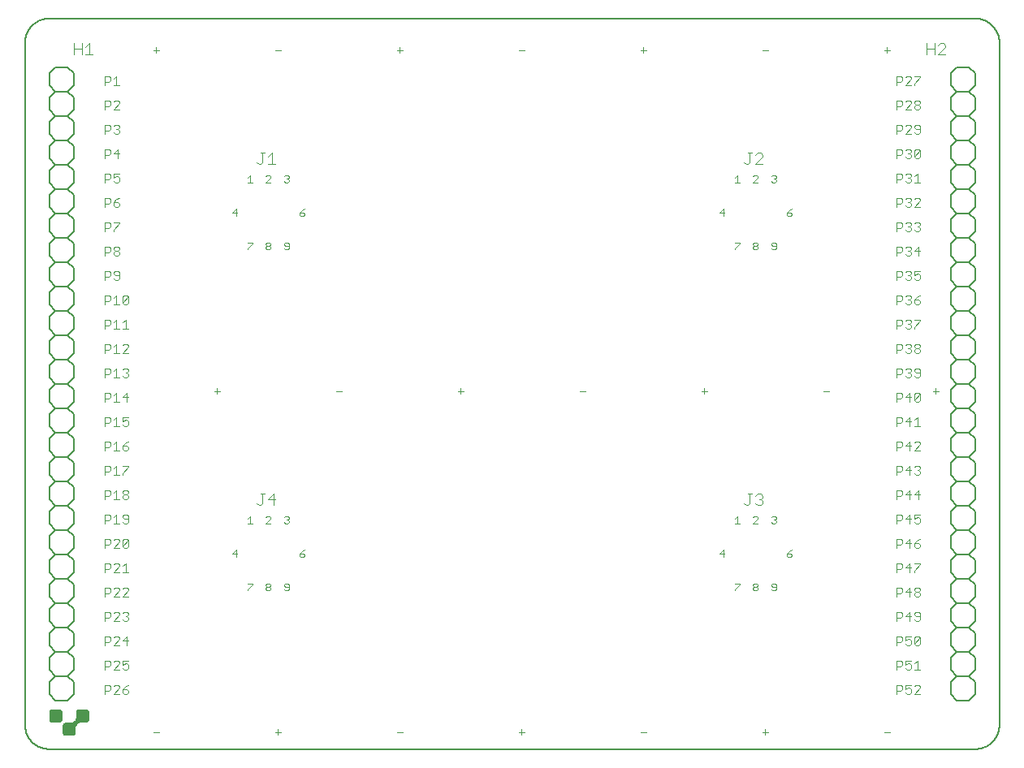
<source format=gto>
G75*
%MOIN*%
%OFA0B0*%
%FSLAX25Y25*%
%IPPOS*%
%LPD*%
%AMOC8*
5,1,8,0,0,1.08239X$1,22.5*
%
%ADD10C,0.00500*%
%ADD11C,0.00600*%
%ADD12C,0.00300*%
%ADD13C,0.00400*%
D10*
X0015000Y0005000D02*
X0395000Y0005000D01*
X0395242Y0005003D01*
X0395483Y0005012D01*
X0395724Y0005026D01*
X0395965Y0005047D01*
X0396205Y0005073D01*
X0396445Y0005105D01*
X0396684Y0005143D01*
X0396921Y0005186D01*
X0397158Y0005236D01*
X0397393Y0005291D01*
X0397627Y0005351D01*
X0397859Y0005418D01*
X0398090Y0005489D01*
X0398319Y0005567D01*
X0398546Y0005650D01*
X0398771Y0005738D01*
X0398994Y0005832D01*
X0399214Y0005931D01*
X0399432Y0006036D01*
X0399647Y0006145D01*
X0399860Y0006260D01*
X0400070Y0006380D01*
X0400276Y0006505D01*
X0400480Y0006635D01*
X0400681Y0006770D01*
X0400878Y0006910D01*
X0401072Y0007054D01*
X0401262Y0007203D01*
X0401448Y0007357D01*
X0401631Y0007515D01*
X0401810Y0007677D01*
X0401985Y0007844D01*
X0402156Y0008015D01*
X0402323Y0008190D01*
X0402485Y0008369D01*
X0402643Y0008552D01*
X0402797Y0008738D01*
X0402946Y0008928D01*
X0403090Y0009122D01*
X0403230Y0009319D01*
X0403365Y0009520D01*
X0403495Y0009724D01*
X0403620Y0009930D01*
X0403740Y0010140D01*
X0403855Y0010353D01*
X0403964Y0010568D01*
X0404069Y0010786D01*
X0404168Y0011006D01*
X0404262Y0011229D01*
X0404350Y0011454D01*
X0404433Y0011681D01*
X0404511Y0011910D01*
X0404582Y0012141D01*
X0404649Y0012373D01*
X0404709Y0012607D01*
X0404764Y0012842D01*
X0404814Y0013079D01*
X0404857Y0013316D01*
X0404895Y0013555D01*
X0404927Y0013795D01*
X0404953Y0014035D01*
X0404974Y0014276D01*
X0404988Y0014517D01*
X0404997Y0014758D01*
X0405000Y0015000D01*
X0405000Y0295000D01*
X0404997Y0295242D01*
X0404988Y0295483D01*
X0404974Y0295724D01*
X0404953Y0295965D01*
X0404927Y0296205D01*
X0404895Y0296445D01*
X0404857Y0296684D01*
X0404814Y0296921D01*
X0404764Y0297158D01*
X0404709Y0297393D01*
X0404649Y0297627D01*
X0404582Y0297859D01*
X0404511Y0298090D01*
X0404433Y0298319D01*
X0404350Y0298546D01*
X0404262Y0298771D01*
X0404168Y0298994D01*
X0404069Y0299214D01*
X0403964Y0299432D01*
X0403855Y0299647D01*
X0403740Y0299860D01*
X0403620Y0300070D01*
X0403495Y0300276D01*
X0403365Y0300480D01*
X0403230Y0300681D01*
X0403090Y0300878D01*
X0402946Y0301072D01*
X0402797Y0301262D01*
X0402643Y0301448D01*
X0402485Y0301631D01*
X0402323Y0301810D01*
X0402156Y0301985D01*
X0401985Y0302156D01*
X0401810Y0302323D01*
X0401631Y0302485D01*
X0401448Y0302643D01*
X0401262Y0302797D01*
X0401072Y0302946D01*
X0400878Y0303090D01*
X0400681Y0303230D01*
X0400480Y0303365D01*
X0400276Y0303495D01*
X0400070Y0303620D01*
X0399860Y0303740D01*
X0399647Y0303855D01*
X0399432Y0303964D01*
X0399214Y0304069D01*
X0398994Y0304168D01*
X0398771Y0304262D01*
X0398546Y0304350D01*
X0398319Y0304433D01*
X0398090Y0304511D01*
X0397859Y0304582D01*
X0397627Y0304649D01*
X0397393Y0304709D01*
X0397158Y0304764D01*
X0396921Y0304814D01*
X0396684Y0304857D01*
X0396445Y0304895D01*
X0396205Y0304927D01*
X0395965Y0304953D01*
X0395724Y0304974D01*
X0395483Y0304988D01*
X0395242Y0304997D01*
X0395000Y0305000D01*
X0015000Y0305000D01*
X0014758Y0304997D01*
X0014517Y0304988D01*
X0014276Y0304974D01*
X0014035Y0304953D01*
X0013795Y0304927D01*
X0013555Y0304895D01*
X0013316Y0304857D01*
X0013079Y0304814D01*
X0012842Y0304764D01*
X0012607Y0304709D01*
X0012373Y0304649D01*
X0012141Y0304582D01*
X0011910Y0304511D01*
X0011681Y0304433D01*
X0011454Y0304350D01*
X0011229Y0304262D01*
X0011006Y0304168D01*
X0010786Y0304069D01*
X0010568Y0303964D01*
X0010353Y0303855D01*
X0010140Y0303740D01*
X0009930Y0303620D01*
X0009724Y0303495D01*
X0009520Y0303365D01*
X0009319Y0303230D01*
X0009122Y0303090D01*
X0008928Y0302946D01*
X0008738Y0302797D01*
X0008552Y0302643D01*
X0008369Y0302485D01*
X0008190Y0302323D01*
X0008015Y0302156D01*
X0007844Y0301985D01*
X0007677Y0301810D01*
X0007515Y0301631D01*
X0007357Y0301448D01*
X0007203Y0301262D01*
X0007054Y0301072D01*
X0006910Y0300878D01*
X0006770Y0300681D01*
X0006635Y0300480D01*
X0006505Y0300276D01*
X0006380Y0300070D01*
X0006260Y0299860D01*
X0006145Y0299647D01*
X0006036Y0299432D01*
X0005931Y0299214D01*
X0005832Y0298994D01*
X0005738Y0298771D01*
X0005650Y0298546D01*
X0005567Y0298319D01*
X0005489Y0298090D01*
X0005418Y0297859D01*
X0005351Y0297627D01*
X0005291Y0297393D01*
X0005236Y0297158D01*
X0005186Y0296921D01*
X0005143Y0296684D01*
X0005105Y0296445D01*
X0005073Y0296205D01*
X0005047Y0295965D01*
X0005026Y0295724D01*
X0005012Y0295483D01*
X0005003Y0295242D01*
X0005000Y0295000D01*
X0005000Y0015000D01*
X0005003Y0014758D01*
X0005012Y0014517D01*
X0005026Y0014276D01*
X0005047Y0014035D01*
X0005073Y0013795D01*
X0005105Y0013555D01*
X0005143Y0013316D01*
X0005186Y0013079D01*
X0005236Y0012842D01*
X0005291Y0012607D01*
X0005351Y0012373D01*
X0005418Y0012141D01*
X0005489Y0011910D01*
X0005567Y0011681D01*
X0005650Y0011454D01*
X0005738Y0011229D01*
X0005832Y0011006D01*
X0005931Y0010786D01*
X0006036Y0010568D01*
X0006145Y0010353D01*
X0006260Y0010140D01*
X0006380Y0009930D01*
X0006505Y0009724D01*
X0006635Y0009520D01*
X0006770Y0009319D01*
X0006910Y0009122D01*
X0007054Y0008928D01*
X0007203Y0008738D01*
X0007357Y0008552D01*
X0007515Y0008369D01*
X0007677Y0008190D01*
X0007844Y0008015D01*
X0008015Y0007844D01*
X0008190Y0007677D01*
X0008369Y0007515D01*
X0008552Y0007357D01*
X0008738Y0007203D01*
X0008928Y0007054D01*
X0009122Y0006910D01*
X0009319Y0006770D01*
X0009520Y0006635D01*
X0009724Y0006505D01*
X0009930Y0006380D01*
X0010140Y0006260D01*
X0010353Y0006145D01*
X0010568Y0006036D01*
X0010786Y0005931D01*
X0011006Y0005832D01*
X0011229Y0005738D01*
X0011454Y0005650D01*
X0011681Y0005567D01*
X0011910Y0005489D01*
X0012141Y0005418D01*
X0012373Y0005351D01*
X0012607Y0005291D01*
X0012842Y0005236D01*
X0013079Y0005186D01*
X0013316Y0005143D01*
X0013555Y0005105D01*
X0013795Y0005073D01*
X0014035Y0005047D01*
X0014276Y0005026D01*
X0014517Y0005012D01*
X0014758Y0005003D01*
X0015000Y0005000D01*
D11*
X0017500Y0025000D02*
X0015000Y0027500D01*
X0015000Y0032500D01*
X0017500Y0035000D01*
X0022500Y0035000D01*
X0025000Y0032500D01*
X0025000Y0027500D01*
X0022500Y0025000D01*
X0017500Y0025000D01*
X0017500Y0035000D02*
X0015000Y0037500D01*
X0015000Y0042500D01*
X0017500Y0045000D01*
X0015000Y0047500D01*
X0015000Y0052500D01*
X0017500Y0055000D01*
X0015000Y0057500D01*
X0015000Y0062500D01*
X0017500Y0065000D01*
X0015000Y0067500D01*
X0015000Y0072500D01*
X0017500Y0075000D01*
X0022500Y0075000D01*
X0025000Y0072500D01*
X0025000Y0067500D01*
X0022500Y0065000D01*
X0025000Y0062500D01*
X0025000Y0057500D01*
X0022500Y0055000D01*
X0025000Y0052500D01*
X0025000Y0047500D01*
X0022500Y0045000D01*
X0025000Y0042500D01*
X0025000Y0037500D01*
X0022500Y0035000D01*
X0022500Y0045000D02*
X0017500Y0045000D01*
X0017500Y0055000D02*
X0022500Y0055000D01*
X0022500Y0065000D02*
X0017500Y0065000D01*
X0017500Y0075000D02*
X0015000Y0077500D01*
X0015000Y0082500D01*
X0017500Y0085000D01*
X0015000Y0087500D01*
X0015000Y0092500D01*
X0017500Y0095000D01*
X0015000Y0097500D01*
X0015000Y0102500D01*
X0017500Y0105000D01*
X0015000Y0107500D01*
X0015000Y0112500D01*
X0017500Y0115000D01*
X0015000Y0117500D01*
X0015000Y0122500D01*
X0017500Y0125000D01*
X0015000Y0127500D01*
X0015000Y0132500D01*
X0017500Y0135000D01*
X0022500Y0135000D01*
X0025000Y0132500D01*
X0025000Y0127500D01*
X0022500Y0125000D01*
X0025000Y0122500D01*
X0025000Y0117500D01*
X0022500Y0115000D01*
X0017500Y0115000D01*
X0022500Y0115000D02*
X0025000Y0112500D01*
X0025000Y0107500D01*
X0022500Y0105000D01*
X0025000Y0102500D01*
X0025000Y0097500D01*
X0022500Y0095000D01*
X0025000Y0092500D01*
X0025000Y0087500D01*
X0022500Y0085000D01*
X0025000Y0082500D01*
X0025000Y0077500D01*
X0022500Y0075000D01*
X0022500Y0085000D02*
X0017500Y0085000D01*
X0017500Y0095000D02*
X0022500Y0095000D01*
X0022500Y0105000D02*
X0017500Y0105000D01*
X0017500Y0125000D02*
X0022500Y0125000D01*
X0022500Y0135000D02*
X0025000Y0137500D01*
X0025000Y0142500D01*
X0022500Y0145000D01*
X0025000Y0147500D01*
X0025000Y0152500D01*
X0022500Y0155000D01*
X0017500Y0155000D01*
X0015000Y0152500D01*
X0015000Y0147500D01*
X0017500Y0145000D01*
X0022500Y0145000D01*
X0017500Y0145000D02*
X0015000Y0142500D01*
X0015000Y0137500D01*
X0017500Y0135000D01*
X0017500Y0155000D02*
X0015000Y0157500D01*
X0015000Y0162500D01*
X0017500Y0165000D01*
X0015000Y0167500D01*
X0015000Y0172500D01*
X0017500Y0175000D01*
X0015000Y0177500D01*
X0015000Y0182500D01*
X0017500Y0185000D01*
X0015000Y0187500D01*
X0015000Y0192500D01*
X0017500Y0195000D01*
X0022500Y0195000D01*
X0025000Y0192500D01*
X0025000Y0187500D01*
X0022500Y0185000D01*
X0025000Y0182500D01*
X0025000Y0177500D01*
X0022500Y0175000D01*
X0025000Y0172500D01*
X0025000Y0167500D01*
X0022500Y0165000D01*
X0025000Y0162500D01*
X0025000Y0157500D01*
X0022500Y0155000D01*
X0022500Y0165000D02*
X0017500Y0165000D01*
X0017500Y0175000D02*
X0022500Y0175000D01*
X0022500Y0185000D02*
X0017500Y0185000D01*
X0017500Y0195000D02*
X0015000Y0197500D01*
X0015000Y0202500D01*
X0017500Y0205000D01*
X0015000Y0207500D01*
X0015000Y0212500D01*
X0017500Y0215000D01*
X0022500Y0215000D01*
X0025000Y0212500D01*
X0025000Y0207500D01*
X0022500Y0205000D01*
X0025000Y0202500D01*
X0025000Y0197500D01*
X0022500Y0195000D01*
X0022500Y0205000D02*
X0017500Y0205000D01*
X0017500Y0215000D02*
X0015000Y0217500D01*
X0015000Y0222500D01*
X0017500Y0225000D01*
X0015000Y0227500D01*
X0015000Y0232500D01*
X0017500Y0235000D01*
X0015000Y0237500D01*
X0015000Y0242500D01*
X0017500Y0245000D01*
X0015000Y0247500D01*
X0015000Y0252500D01*
X0017500Y0255000D01*
X0022500Y0255000D01*
X0025000Y0257500D01*
X0025000Y0262500D01*
X0022500Y0265000D01*
X0025000Y0267500D01*
X0025000Y0272500D01*
X0022500Y0275000D01*
X0025000Y0277500D01*
X0025000Y0282500D01*
X0022500Y0285000D01*
X0017500Y0285000D01*
X0015000Y0282500D01*
X0015000Y0277500D01*
X0017500Y0275000D01*
X0022500Y0275000D01*
X0017500Y0275000D02*
X0015000Y0272500D01*
X0015000Y0267500D01*
X0017500Y0265000D01*
X0022500Y0265000D01*
X0017500Y0265000D02*
X0015000Y0262500D01*
X0015000Y0257500D01*
X0017500Y0255000D01*
X0022500Y0255000D02*
X0025000Y0252500D01*
X0025000Y0247500D01*
X0022500Y0245000D01*
X0025000Y0242500D01*
X0025000Y0237500D01*
X0022500Y0235000D01*
X0025000Y0232500D01*
X0025000Y0227500D01*
X0022500Y0225000D01*
X0025000Y0222500D01*
X0025000Y0217500D01*
X0022500Y0215000D01*
X0022500Y0225000D02*
X0017500Y0225000D01*
X0017500Y0235000D02*
X0022500Y0235000D01*
X0022500Y0245000D02*
X0017500Y0245000D01*
X0385000Y0242500D02*
X0385000Y0237500D01*
X0387500Y0235000D01*
X0392500Y0235000D01*
X0395000Y0237500D01*
X0395000Y0242500D01*
X0392500Y0245000D01*
X0387500Y0245000D01*
X0385000Y0242500D01*
X0387500Y0245000D02*
X0385000Y0247500D01*
X0385000Y0252500D01*
X0387500Y0255000D01*
X0385000Y0257500D01*
X0385000Y0262500D01*
X0387500Y0265000D01*
X0385000Y0267500D01*
X0385000Y0272500D01*
X0387500Y0275000D01*
X0385000Y0277500D01*
X0385000Y0282500D01*
X0387500Y0285000D01*
X0392500Y0285000D01*
X0395000Y0282500D01*
X0395000Y0277500D01*
X0392500Y0275000D01*
X0387500Y0275000D01*
X0392500Y0275000D02*
X0395000Y0272500D01*
X0395000Y0267500D01*
X0392500Y0265000D01*
X0395000Y0262500D01*
X0395000Y0257500D01*
X0392500Y0255000D01*
X0395000Y0252500D01*
X0395000Y0247500D01*
X0392500Y0245000D01*
X0392500Y0255000D02*
X0387500Y0255000D01*
X0387500Y0265000D02*
X0392500Y0265000D01*
X0392500Y0235000D02*
X0395000Y0232500D01*
X0395000Y0227500D01*
X0392500Y0225000D01*
X0395000Y0222500D01*
X0395000Y0217500D01*
X0392500Y0215000D01*
X0395000Y0212500D01*
X0395000Y0207500D01*
X0392500Y0205000D01*
X0395000Y0202500D01*
X0395000Y0197500D01*
X0392500Y0195000D01*
X0395000Y0192500D01*
X0395000Y0187500D01*
X0392500Y0185000D01*
X0395000Y0182500D01*
X0395000Y0177500D01*
X0392500Y0175000D01*
X0387500Y0175000D01*
X0385000Y0177500D01*
X0385000Y0182500D01*
X0387500Y0185000D01*
X0385000Y0187500D01*
X0385000Y0192500D01*
X0387500Y0195000D01*
X0392500Y0195000D01*
X0387500Y0195000D02*
X0385000Y0197500D01*
X0385000Y0202500D01*
X0387500Y0205000D01*
X0385000Y0207500D01*
X0385000Y0212500D01*
X0387500Y0215000D01*
X0385000Y0217500D01*
X0385000Y0222500D01*
X0387500Y0225000D01*
X0385000Y0227500D01*
X0385000Y0232500D01*
X0387500Y0235000D01*
X0387500Y0225000D02*
X0392500Y0225000D01*
X0392500Y0215000D02*
X0387500Y0215000D01*
X0387500Y0205000D02*
X0392500Y0205000D01*
X0392500Y0185000D02*
X0387500Y0185000D01*
X0387500Y0175000D02*
X0385000Y0172500D01*
X0385000Y0167500D01*
X0387500Y0165000D01*
X0385000Y0162500D01*
X0385000Y0157500D01*
X0387500Y0155000D01*
X0392500Y0155000D01*
X0395000Y0157500D01*
X0395000Y0162500D01*
X0392500Y0165000D01*
X0387500Y0165000D01*
X0392500Y0165000D02*
X0395000Y0167500D01*
X0395000Y0172500D01*
X0392500Y0175000D01*
X0392500Y0155000D02*
X0395000Y0152500D01*
X0395000Y0147500D01*
X0392500Y0145000D01*
X0395000Y0142500D01*
X0395000Y0137500D01*
X0392500Y0135000D01*
X0395000Y0132500D01*
X0395000Y0127500D01*
X0392500Y0125000D01*
X0395000Y0122500D01*
X0395000Y0117500D01*
X0392500Y0115000D01*
X0387500Y0115000D01*
X0385000Y0117500D01*
X0385000Y0122500D01*
X0387500Y0125000D01*
X0385000Y0127500D01*
X0385000Y0132500D01*
X0387500Y0135000D01*
X0385000Y0137500D01*
X0385000Y0142500D01*
X0387500Y0145000D01*
X0385000Y0147500D01*
X0385000Y0152500D01*
X0387500Y0155000D01*
X0387500Y0145000D02*
X0392500Y0145000D01*
X0392500Y0135000D02*
X0387500Y0135000D01*
X0387500Y0125000D02*
X0392500Y0125000D01*
X0392500Y0115000D02*
X0395000Y0112500D01*
X0395000Y0107500D01*
X0392500Y0105000D01*
X0395000Y0102500D01*
X0395000Y0097500D01*
X0392500Y0095000D01*
X0387500Y0095000D01*
X0385000Y0097500D01*
X0385000Y0102500D01*
X0387500Y0105000D01*
X0385000Y0107500D01*
X0385000Y0112500D01*
X0387500Y0115000D01*
X0387500Y0105000D02*
X0392500Y0105000D01*
X0392500Y0095000D02*
X0395000Y0092500D01*
X0395000Y0087500D01*
X0392500Y0085000D01*
X0395000Y0082500D01*
X0395000Y0077500D01*
X0392500Y0075000D01*
X0395000Y0072500D01*
X0395000Y0067500D01*
X0392500Y0065000D01*
X0395000Y0062500D01*
X0395000Y0057500D01*
X0392500Y0055000D01*
X0387500Y0055000D01*
X0385000Y0052500D01*
X0385000Y0047500D01*
X0387500Y0045000D01*
X0385000Y0042500D01*
X0385000Y0037500D01*
X0387500Y0035000D01*
X0385000Y0032500D01*
X0385000Y0027500D01*
X0387500Y0025000D01*
X0392500Y0025000D01*
X0395000Y0027500D01*
X0395000Y0032500D01*
X0392500Y0035000D01*
X0387500Y0035000D01*
X0392500Y0035000D02*
X0395000Y0037500D01*
X0395000Y0042500D01*
X0392500Y0045000D01*
X0387500Y0045000D01*
X0392500Y0045000D02*
X0395000Y0047500D01*
X0395000Y0052500D01*
X0392500Y0055000D01*
X0387500Y0055000D02*
X0385000Y0057500D01*
X0385000Y0062500D01*
X0387500Y0065000D01*
X0385000Y0067500D01*
X0385000Y0072500D01*
X0387500Y0075000D01*
X0385000Y0077500D01*
X0385000Y0082500D01*
X0387500Y0085000D01*
X0385000Y0087500D01*
X0385000Y0092500D01*
X0387500Y0095000D01*
X0387500Y0085000D02*
X0392500Y0085000D01*
X0392500Y0075000D02*
X0387500Y0075000D01*
X0387500Y0065000D02*
X0392500Y0065000D01*
D12*
X0372485Y0068267D02*
X0371868Y0067650D01*
X0370633Y0067650D01*
X0370016Y0068267D01*
X0370016Y0068884D01*
X0370633Y0069502D01*
X0371868Y0069502D01*
X0372485Y0068884D01*
X0372485Y0068267D01*
X0371868Y0069502D02*
X0372485Y0070119D01*
X0372485Y0070736D01*
X0371868Y0071353D01*
X0370633Y0071353D01*
X0370016Y0070736D01*
X0370016Y0070119D01*
X0370633Y0069502D01*
X0368802Y0069502D02*
X0366333Y0069502D01*
X0368185Y0071353D01*
X0368185Y0067650D01*
X0365119Y0069502D02*
X0365119Y0070736D01*
X0364502Y0071353D01*
X0362650Y0071353D01*
X0362650Y0067650D01*
X0362650Y0068884D02*
X0364502Y0068884D01*
X0365119Y0069502D01*
X0364502Y0061353D02*
X0365119Y0060736D01*
X0365119Y0059502D01*
X0364502Y0058884D01*
X0362650Y0058884D01*
X0362650Y0057650D02*
X0362650Y0061353D01*
X0364502Y0061353D01*
X0366333Y0059502D02*
X0368802Y0059502D01*
X0370016Y0060119D02*
X0370633Y0059502D01*
X0372485Y0059502D01*
X0372485Y0060736D02*
X0371868Y0061353D01*
X0370633Y0061353D01*
X0370016Y0060736D01*
X0370016Y0060119D01*
X0370016Y0058267D02*
X0370633Y0057650D01*
X0371868Y0057650D01*
X0372485Y0058267D01*
X0372485Y0060736D01*
X0368185Y0061353D02*
X0368185Y0057650D01*
X0366333Y0059502D02*
X0368185Y0061353D01*
X0368802Y0051353D02*
X0366333Y0051353D01*
X0366333Y0049502D01*
X0367568Y0050119D01*
X0368185Y0050119D01*
X0368802Y0049502D01*
X0368802Y0048267D01*
X0368185Y0047650D01*
X0366950Y0047650D01*
X0366333Y0048267D01*
X0365119Y0049502D02*
X0364502Y0048884D01*
X0362650Y0048884D01*
X0362650Y0047650D02*
X0362650Y0051353D01*
X0364502Y0051353D01*
X0365119Y0050736D01*
X0365119Y0049502D01*
X0370016Y0048267D02*
X0370016Y0050736D01*
X0370633Y0051353D01*
X0371868Y0051353D01*
X0372485Y0050736D01*
X0370016Y0048267D01*
X0370633Y0047650D01*
X0371868Y0047650D01*
X0372485Y0048267D01*
X0372485Y0050736D01*
X0371251Y0041353D02*
X0371251Y0037650D01*
X0372485Y0037650D02*
X0370016Y0037650D01*
X0368802Y0038267D02*
X0368185Y0037650D01*
X0366950Y0037650D01*
X0366333Y0038267D01*
X0366333Y0039502D02*
X0367568Y0040119D01*
X0368185Y0040119D01*
X0368802Y0039502D01*
X0368802Y0038267D01*
X0370016Y0040119D02*
X0371251Y0041353D01*
X0368802Y0041353D02*
X0366333Y0041353D01*
X0366333Y0039502D01*
X0365119Y0039502D02*
X0365119Y0040736D01*
X0364502Y0041353D01*
X0362650Y0041353D01*
X0362650Y0037650D01*
X0362650Y0038884D02*
X0364502Y0038884D01*
X0365119Y0039502D01*
X0364502Y0031353D02*
X0365119Y0030736D01*
X0365119Y0029502D01*
X0364502Y0028884D01*
X0362650Y0028884D01*
X0362650Y0027650D02*
X0362650Y0031353D01*
X0364502Y0031353D01*
X0366333Y0031353D02*
X0366333Y0029502D01*
X0367568Y0030119D01*
X0368185Y0030119D01*
X0368802Y0029502D01*
X0368802Y0028267D01*
X0368185Y0027650D01*
X0366950Y0027650D01*
X0366333Y0028267D01*
X0366333Y0031353D02*
X0368802Y0031353D01*
X0370016Y0030736D02*
X0370633Y0031353D01*
X0371868Y0031353D01*
X0372485Y0030736D01*
X0372485Y0030119D01*
X0370016Y0027650D01*
X0372485Y0027650D01*
X0360119Y0012002D02*
X0357650Y0012002D01*
X0310119Y0012002D02*
X0307650Y0012002D01*
X0308884Y0013236D02*
X0308884Y0010767D01*
X0260119Y0012002D02*
X0257650Y0012002D01*
X0210119Y0012002D02*
X0207650Y0012002D01*
X0208884Y0013236D02*
X0208884Y0010767D01*
X0160119Y0012002D02*
X0157650Y0012002D01*
X0110119Y0012002D02*
X0107650Y0012002D01*
X0108884Y0013236D02*
X0108884Y0010767D01*
X0060119Y0012002D02*
X0057650Y0012002D01*
X0046868Y0027650D02*
X0047485Y0028267D01*
X0047485Y0028884D01*
X0046868Y0029502D01*
X0045016Y0029502D01*
X0045016Y0028267D01*
X0045633Y0027650D01*
X0046868Y0027650D01*
X0045016Y0029502D02*
X0046251Y0030736D01*
X0047485Y0031353D01*
X0043802Y0030736D02*
X0043802Y0030119D01*
X0041333Y0027650D01*
X0043802Y0027650D01*
X0043802Y0030736D02*
X0043185Y0031353D01*
X0041950Y0031353D01*
X0041333Y0030736D01*
X0040119Y0030736D02*
X0040119Y0029502D01*
X0039502Y0028884D01*
X0037650Y0028884D01*
X0037650Y0027650D02*
X0037650Y0031353D01*
X0039502Y0031353D01*
X0040119Y0030736D01*
X0041333Y0037650D02*
X0043802Y0040119D01*
X0043802Y0040736D01*
X0043185Y0041353D01*
X0041950Y0041353D01*
X0041333Y0040736D01*
X0040119Y0040736D02*
X0040119Y0039502D01*
X0039502Y0038884D01*
X0037650Y0038884D01*
X0037650Y0037650D02*
X0037650Y0041353D01*
X0039502Y0041353D01*
X0040119Y0040736D01*
X0041333Y0037650D02*
X0043802Y0037650D01*
X0045016Y0038267D02*
X0045633Y0037650D01*
X0046868Y0037650D01*
X0047485Y0038267D01*
X0047485Y0039502D01*
X0046868Y0040119D01*
X0046251Y0040119D01*
X0045016Y0039502D01*
X0045016Y0041353D01*
X0047485Y0041353D01*
X0046868Y0047650D02*
X0046868Y0051353D01*
X0045016Y0049502D01*
X0047485Y0049502D01*
X0043802Y0050119D02*
X0041333Y0047650D01*
X0043802Y0047650D01*
X0043802Y0050119D02*
X0043802Y0050736D01*
X0043185Y0051353D01*
X0041950Y0051353D01*
X0041333Y0050736D01*
X0040119Y0050736D02*
X0040119Y0049502D01*
X0039502Y0048884D01*
X0037650Y0048884D01*
X0037650Y0047650D02*
X0037650Y0051353D01*
X0039502Y0051353D01*
X0040119Y0050736D01*
X0041333Y0057650D02*
X0043802Y0060119D01*
X0043802Y0060736D01*
X0043185Y0061353D01*
X0041950Y0061353D01*
X0041333Y0060736D01*
X0040119Y0060736D02*
X0039502Y0061353D01*
X0037650Y0061353D01*
X0037650Y0057650D01*
X0037650Y0058884D02*
X0039502Y0058884D01*
X0040119Y0059502D01*
X0040119Y0060736D01*
X0041333Y0057650D02*
X0043802Y0057650D01*
X0045016Y0058267D02*
X0045633Y0057650D01*
X0046868Y0057650D01*
X0047485Y0058267D01*
X0047485Y0058884D01*
X0046868Y0059502D01*
X0046251Y0059502D01*
X0046868Y0059502D02*
X0047485Y0060119D01*
X0047485Y0060736D01*
X0046868Y0061353D01*
X0045633Y0061353D01*
X0045016Y0060736D01*
X0045016Y0067650D02*
X0047485Y0070119D01*
X0047485Y0070736D01*
X0046868Y0071353D01*
X0045633Y0071353D01*
X0045016Y0070736D01*
X0043802Y0070736D02*
X0043802Y0070119D01*
X0041333Y0067650D01*
X0043802Y0067650D01*
X0045016Y0067650D02*
X0047485Y0067650D01*
X0043802Y0070736D02*
X0043185Y0071353D01*
X0041950Y0071353D01*
X0041333Y0070736D01*
X0040119Y0070736D02*
X0040119Y0069502D01*
X0039502Y0068884D01*
X0037650Y0068884D01*
X0037650Y0067650D02*
X0037650Y0071353D01*
X0039502Y0071353D01*
X0040119Y0070736D01*
X0041333Y0077650D02*
X0043802Y0080119D01*
X0043802Y0080736D01*
X0043185Y0081353D01*
X0041950Y0081353D01*
X0041333Y0080736D01*
X0040119Y0080736D02*
X0040119Y0079502D01*
X0039502Y0078884D01*
X0037650Y0078884D01*
X0037650Y0077650D02*
X0037650Y0081353D01*
X0039502Y0081353D01*
X0040119Y0080736D01*
X0041333Y0077650D02*
X0043802Y0077650D01*
X0045016Y0077650D02*
X0047485Y0077650D01*
X0046251Y0077650D02*
X0046251Y0081353D01*
X0045016Y0080119D01*
X0045633Y0087650D02*
X0045016Y0088267D01*
X0047485Y0090736D01*
X0047485Y0088267D01*
X0046868Y0087650D01*
X0045633Y0087650D01*
X0045016Y0088267D02*
X0045016Y0090736D01*
X0045633Y0091353D01*
X0046868Y0091353D01*
X0047485Y0090736D01*
X0043802Y0090736D02*
X0043185Y0091353D01*
X0041950Y0091353D01*
X0041333Y0090736D01*
X0040119Y0090736D02*
X0040119Y0089502D01*
X0039502Y0088884D01*
X0037650Y0088884D01*
X0037650Y0087650D02*
X0037650Y0091353D01*
X0039502Y0091353D01*
X0040119Y0090736D01*
X0041333Y0087650D02*
X0043802Y0090119D01*
X0043802Y0090736D01*
X0043802Y0087650D02*
X0041333Y0087650D01*
X0041333Y0097650D02*
X0043802Y0097650D01*
X0042568Y0097650D02*
X0042568Y0101353D01*
X0041333Y0100119D01*
X0040119Y0100736D02*
X0039502Y0101353D01*
X0037650Y0101353D01*
X0037650Y0097650D01*
X0037650Y0098884D02*
X0039502Y0098884D01*
X0040119Y0099502D01*
X0040119Y0100736D01*
X0045016Y0100736D02*
X0045016Y0100119D01*
X0045633Y0099502D01*
X0047485Y0099502D01*
X0047485Y0100736D02*
X0046868Y0101353D01*
X0045633Y0101353D01*
X0045016Y0100736D01*
X0045016Y0098267D02*
X0045633Y0097650D01*
X0046868Y0097650D01*
X0047485Y0098267D01*
X0047485Y0100736D01*
X0046868Y0107650D02*
X0045633Y0107650D01*
X0045016Y0108267D01*
X0045016Y0108884D01*
X0045633Y0109502D01*
X0046868Y0109502D01*
X0047485Y0108884D01*
X0047485Y0108267D01*
X0046868Y0107650D01*
X0046868Y0109502D02*
X0047485Y0110119D01*
X0047485Y0110736D01*
X0046868Y0111353D01*
X0045633Y0111353D01*
X0045016Y0110736D01*
X0045016Y0110119D01*
X0045633Y0109502D01*
X0043802Y0107650D02*
X0041333Y0107650D01*
X0042568Y0107650D02*
X0042568Y0111353D01*
X0041333Y0110119D01*
X0040119Y0110736D02*
X0040119Y0109502D01*
X0039502Y0108884D01*
X0037650Y0108884D01*
X0037650Y0107650D02*
X0037650Y0111353D01*
X0039502Y0111353D01*
X0040119Y0110736D01*
X0041333Y0117650D02*
X0043802Y0117650D01*
X0045016Y0117650D02*
X0045016Y0118267D01*
X0047485Y0120736D01*
X0047485Y0121353D01*
X0045016Y0121353D01*
X0042568Y0121353D02*
X0042568Y0117650D01*
X0041333Y0120119D02*
X0042568Y0121353D01*
X0040119Y0120736D02*
X0040119Y0119502D01*
X0039502Y0118884D01*
X0037650Y0118884D01*
X0037650Y0117650D02*
X0037650Y0121353D01*
X0039502Y0121353D01*
X0040119Y0120736D01*
X0041333Y0127650D02*
X0043802Y0127650D01*
X0042568Y0127650D02*
X0042568Y0131353D01*
X0041333Y0130119D01*
X0040119Y0130736D02*
X0040119Y0129502D01*
X0039502Y0128884D01*
X0037650Y0128884D01*
X0037650Y0127650D02*
X0037650Y0131353D01*
X0039502Y0131353D01*
X0040119Y0130736D01*
X0045016Y0129502D02*
X0045016Y0128267D01*
X0045633Y0127650D01*
X0046868Y0127650D01*
X0047485Y0128267D01*
X0047485Y0128884D01*
X0046868Y0129502D01*
X0045016Y0129502D01*
X0046251Y0130736D01*
X0047485Y0131353D01*
X0046868Y0137650D02*
X0045633Y0137650D01*
X0045016Y0138267D01*
X0045016Y0139502D02*
X0046251Y0140119D01*
X0046868Y0140119D01*
X0047485Y0139502D01*
X0047485Y0138267D01*
X0046868Y0137650D01*
X0045016Y0139502D02*
X0045016Y0141353D01*
X0047485Y0141353D01*
X0042568Y0141353D02*
X0041333Y0140119D01*
X0040119Y0140736D02*
X0039502Y0141353D01*
X0037650Y0141353D01*
X0037650Y0137650D01*
X0037650Y0138884D02*
X0039502Y0138884D01*
X0040119Y0139502D01*
X0040119Y0140736D01*
X0042568Y0141353D02*
X0042568Y0137650D01*
X0043802Y0137650D02*
X0041333Y0137650D01*
X0041333Y0147650D02*
X0043802Y0147650D01*
X0042568Y0147650D02*
X0042568Y0151353D01*
X0041333Y0150119D01*
X0040119Y0150736D02*
X0040119Y0149502D01*
X0039502Y0148884D01*
X0037650Y0148884D01*
X0037650Y0147650D02*
X0037650Y0151353D01*
X0039502Y0151353D01*
X0040119Y0150736D01*
X0045016Y0149502D02*
X0047485Y0149502D01*
X0046868Y0151353D02*
X0045016Y0149502D01*
X0046868Y0151353D02*
X0046868Y0147650D01*
X0046868Y0157650D02*
X0045633Y0157650D01*
X0045016Y0158267D01*
X0043802Y0157650D02*
X0041333Y0157650D01*
X0042568Y0157650D02*
X0042568Y0161353D01*
X0041333Y0160119D01*
X0040119Y0160736D02*
X0040119Y0159502D01*
X0039502Y0158884D01*
X0037650Y0158884D01*
X0037650Y0157650D02*
X0037650Y0161353D01*
X0039502Y0161353D01*
X0040119Y0160736D01*
X0045016Y0160736D02*
X0045633Y0161353D01*
X0046868Y0161353D01*
X0047485Y0160736D01*
X0047485Y0160119D01*
X0046868Y0159502D01*
X0047485Y0158884D01*
X0047485Y0158267D01*
X0046868Y0157650D01*
X0046868Y0159502D02*
X0046251Y0159502D01*
X0047485Y0167650D02*
X0045016Y0167650D01*
X0047485Y0170119D01*
X0047485Y0170736D01*
X0046868Y0171353D01*
X0045633Y0171353D01*
X0045016Y0170736D01*
X0042568Y0171353D02*
X0042568Y0167650D01*
X0043802Y0167650D02*
X0041333Y0167650D01*
X0039502Y0168884D02*
X0037650Y0168884D01*
X0037650Y0167650D02*
X0037650Y0171353D01*
X0039502Y0171353D01*
X0040119Y0170736D01*
X0040119Y0169502D01*
X0039502Y0168884D01*
X0041333Y0170119D02*
X0042568Y0171353D01*
X0042568Y0177650D02*
X0042568Y0181353D01*
X0041333Y0180119D01*
X0040119Y0180736D02*
X0040119Y0179502D01*
X0039502Y0178884D01*
X0037650Y0178884D01*
X0037650Y0177650D02*
X0037650Y0181353D01*
X0039502Y0181353D01*
X0040119Y0180736D01*
X0041333Y0177650D02*
X0043802Y0177650D01*
X0045016Y0177650D02*
X0047485Y0177650D01*
X0046251Y0177650D02*
X0046251Y0181353D01*
X0045016Y0180119D01*
X0045633Y0187650D02*
X0045016Y0188267D01*
X0047485Y0190736D01*
X0047485Y0188267D01*
X0046868Y0187650D01*
X0045633Y0187650D01*
X0045016Y0188267D02*
X0045016Y0190736D01*
X0045633Y0191353D01*
X0046868Y0191353D01*
X0047485Y0190736D01*
X0043802Y0187650D02*
X0041333Y0187650D01*
X0042568Y0187650D02*
X0042568Y0191353D01*
X0041333Y0190119D01*
X0040119Y0190736D02*
X0040119Y0189502D01*
X0039502Y0188884D01*
X0037650Y0188884D01*
X0037650Y0187650D02*
X0037650Y0191353D01*
X0039502Y0191353D01*
X0040119Y0190736D01*
X0041950Y0197650D02*
X0043185Y0197650D01*
X0043802Y0198267D01*
X0043802Y0200736D01*
X0043185Y0201353D01*
X0041950Y0201353D01*
X0041333Y0200736D01*
X0041333Y0200119D01*
X0041950Y0199502D01*
X0043802Y0199502D01*
X0041950Y0197650D02*
X0041333Y0198267D01*
X0040119Y0199502D02*
X0039502Y0198884D01*
X0037650Y0198884D01*
X0037650Y0197650D02*
X0037650Y0201353D01*
X0039502Y0201353D01*
X0040119Y0200736D01*
X0040119Y0199502D01*
X0041950Y0207650D02*
X0041333Y0208267D01*
X0041333Y0208884D01*
X0041950Y0209502D01*
X0043185Y0209502D01*
X0043802Y0208884D01*
X0043802Y0208267D01*
X0043185Y0207650D01*
X0041950Y0207650D01*
X0041950Y0209502D02*
X0041333Y0210119D01*
X0041333Y0210736D01*
X0041950Y0211353D01*
X0043185Y0211353D01*
X0043802Y0210736D01*
X0043802Y0210119D01*
X0043185Y0209502D01*
X0040119Y0209502D02*
X0039502Y0208884D01*
X0037650Y0208884D01*
X0037650Y0207650D02*
X0037650Y0211353D01*
X0039502Y0211353D01*
X0040119Y0210736D01*
X0040119Y0209502D01*
X0041333Y0217650D02*
X0041333Y0218267D01*
X0043802Y0220736D01*
X0043802Y0221353D01*
X0041333Y0221353D01*
X0040119Y0220736D02*
X0040119Y0219502D01*
X0039502Y0218884D01*
X0037650Y0218884D01*
X0037650Y0217650D02*
X0037650Y0221353D01*
X0039502Y0221353D01*
X0040119Y0220736D01*
X0041950Y0227650D02*
X0043185Y0227650D01*
X0043802Y0228267D01*
X0043802Y0228884D01*
X0043185Y0229502D01*
X0041333Y0229502D01*
X0041333Y0228267D01*
X0041950Y0227650D01*
X0041333Y0229502D02*
X0042568Y0230736D01*
X0043802Y0231353D01*
X0040119Y0230736D02*
X0040119Y0229502D01*
X0039502Y0228884D01*
X0037650Y0228884D01*
X0037650Y0227650D02*
X0037650Y0231353D01*
X0039502Y0231353D01*
X0040119Y0230736D01*
X0041950Y0237650D02*
X0041333Y0238267D01*
X0041950Y0237650D02*
X0043185Y0237650D01*
X0043802Y0238267D01*
X0043802Y0239502D01*
X0043185Y0240119D01*
X0042568Y0240119D01*
X0041333Y0239502D01*
X0041333Y0241353D01*
X0043802Y0241353D01*
X0040119Y0240736D02*
X0040119Y0239502D01*
X0039502Y0238884D01*
X0037650Y0238884D01*
X0037650Y0237650D02*
X0037650Y0241353D01*
X0039502Y0241353D01*
X0040119Y0240736D01*
X0037650Y0247650D02*
X0037650Y0251353D01*
X0039502Y0251353D01*
X0040119Y0250736D01*
X0040119Y0249502D01*
X0039502Y0248884D01*
X0037650Y0248884D01*
X0041333Y0249502D02*
X0043185Y0251353D01*
X0043185Y0247650D01*
X0043802Y0249502D02*
X0041333Y0249502D01*
X0041950Y0257650D02*
X0041333Y0258267D01*
X0041950Y0257650D02*
X0043185Y0257650D01*
X0043802Y0258267D01*
X0043802Y0258884D01*
X0043185Y0259502D01*
X0042568Y0259502D01*
X0043185Y0259502D02*
X0043802Y0260119D01*
X0043802Y0260736D01*
X0043185Y0261353D01*
X0041950Y0261353D01*
X0041333Y0260736D01*
X0040119Y0260736D02*
X0040119Y0259502D01*
X0039502Y0258884D01*
X0037650Y0258884D01*
X0037650Y0257650D02*
X0037650Y0261353D01*
X0039502Y0261353D01*
X0040119Y0260736D01*
X0041333Y0267650D02*
X0043802Y0270119D01*
X0043802Y0270736D01*
X0043185Y0271353D01*
X0041950Y0271353D01*
X0041333Y0270736D01*
X0040119Y0270736D02*
X0040119Y0269502D01*
X0039502Y0268884D01*
X0037650Y0268884D01*
X0037650Y0267650D02*
X0037650Y0271353D01*
X0039502Y0271353D01*
X0040119Y0270736D01*
X0041333Y0267650D02*
X0043802Y0267650D01*
X0043802Y0277650D02*
X0041333Y0277650D01*
X0042568Y0277650D02*
X0042568Y0281353D01*
X0041333Y0280119D01*
X0040119Y0280736D02*
X0040119Y0279502D01*
X0039502Y0278884D01*
X0037650Y0278884D01*
X0037650Y0277650D02*
X0037650Y0281353D01*
X0039502Y0281353D01*
X0040119Y0280736D01*
X0057650Y0292002D02*
X0060119Y0292002D01*
X0058884Y0293236D02*
X0058884Y0290767D01*
X0107650Y0292002D02*
X0110119Y0292002D01*
X0157650Y0292002D02*
X0160119Y0292002D01*
X0158884Y0293236D02*
X0158884Y0290767D01*
X0207650Y0292002D02*
X0210119Y0292002D01*
X0257650Y0292002D02*
X0260119Y0292002D01*
X0258884Y0293236D02*
X0258884Y0290767D01*
X0307650Y0292002D02*
X0310119Y0292002D01*
X0357650Y0292002D02*
X0360119Y0292002D01*
X0358884Y0293236D02*
X0358884Y0290767D01*
X0362650Y0281353D02*
X0364502Y0281353D01*
X0365119Y0280736D01*
X0365119Y0279502D01*
X0364502Y0278884D01*
X0362650Y0278884D01*
X0362650Y0277650D02*
X0362650Y0281353D01*
X0366333Y0280736D02*
X0366950Y0281353D01*
X0368185Y0281353D01*
X0368802Y0280736D01*
X0368802Y0280119D01*
X0366333Y0277650D01*
X0368802Y0277650D01*
X0370016Y0277650D02*
X0370016Y0278267D01*
X0372485Y0280736D01*
X0372485Y0281353D01*
X0370016Y0281353D01*
X0370633Y0271353D02*
X0371868Y0271353D01*
X0372485Y0270736D01*
X0372485Y0270119D01*
X0371868Y0269502D01*
X0370633Y0269502D01*
X0370016Y0270119D01*
X0370016Y0270736D01*
X0370633Y0271353D01*
X0370633Y0269502D02*
X0370016Y0268884D01*
X0370016Y0268267D01*
X0370633Y0267650D01*
X0371868Y0267650D01*
X0372485Y0268267D01*
X0372485Y0268884D01*
X0371868Y0269502D01*
X0368802Y0270119D02*
X0366333Y0267650D01*
X0368802Y0267650D01*
X0368802Y0270119D02*
X0368802Y0270736D01*
X0368185Y0271353D01*
X0366950Y0271353D01*
X0366333Y0270736D01*
X0365119Y0270736D02*
X0365119Y0269502D01*
X0364502Y0268884D01*
X0362650Y0268884D01*
X0362650Y0267650D02*
X0362650Y0271353D01*
X0364502Y0271353D01*
X0365119Y0270736D01*
X0364502Y0261353D02*
X0365119Y0260736D01*
X0365119Y0259502D01*
X0364502Y0258884D01*
X0362650Y0258884D01*
X0362650Y0257650D02*
X0362650Y0261353D01*
X0364502Y0261353D01*
X0366333Y0260736D02*
X0366950Y0261353D01*
X0368185Y0261353D01*
X0368802Y0260736D01*
X0368802Y0260119D01*
X0366333Y0257650D01*
X0368802Y0257650D01*
X0370016Y0258267D02*
X0370633Y0257650D01*
X0371868Y0257650D01*
X0372485Y0258267D01*
X0372485Y0260736D01*
X0371868Y0261353D01*
X0370633Y0261353D01*
X0370016Y0260736D01*
X0370016Y0260119D01*
X0370633Y0259502D01*
X0372485Y0259502D01*
X0371868Y0251353D02*
X0372485Y0250736D01*
X0370016Y0248267D01*
X0370633Y0247650D01*
X0371868Y0247650D01*
X0372485Y0248267D01*
X0372485Y0250736D01*
X0371868Y0251353D02*
X0370633Y0251353D01*
X0370016Y0250736D01*
X0370016Y0248267D01*
X0368802Y0248267D02*
X0368185Y0247650D01*
X0366950Y0247650D01*
X0366333Y0248267D01*
X0365119Y0249502D02*
X0364502Y0248884D01*
X0362650Y0248884D01*
X0362650Y0247650D02*
X0362650Y0251353D01*
X0364502Y0251353D01*
X0365119Y0250736D01*
X0365119Y0249502D01*
X0366333Y0250736D02*
X0366950Y0251353D01*
X0368185Y0251353D01*
X0368802Y0250736D01*
X0368802Y0250119D01*
X0368185Y0249502D01*
X0368802Y0248884D01*
X0368802Y0248267D01*
X0368185Y0249502D02*
X0367568Y0249502D01*
X0368185Y0241353D02*
X0368802Y0240736D01*
X0368802Y0240119D01*
X0368185Y0239502D01*
X0368802Y0238884D01*
X0368802Y0238267D01*
X0368185Y0237650D01*
X0366950Y0237650D01*
X0366333Y0238267D01*
X0365119Y0239502D02*
X0364502Y0238884D01*
X0362650Y0238884D01*
X0362650Y0237650D02*
X0362650Y0241353D01*
X0364502Y0241353D01*
X0365119Y0240736D01*
X0365119Y0239502D01*
X0366333Y0240736D02*
X0366950Y0241353D01*
X0368185Y0241353D01*
X0368185Y0239502D02*
X0367568Y0239502D01*
X0370016Y0240119D02*
X0371251Y0241353D01*
X0371251Y0237650D01*
X0372485Y0237650D02*
X0370016Y0237650D01*
X0370633Y0231353D02*
X0370016Y0230736D01*
X0370633Y0231353D02*
X0371868Y0231353D01*
X0372485Y0230736D01*
X0372485Y0230119D01*
X0370016Y0227650D01*
X0372485Y0227650D01*
X0368802Y0228267D02*
X0368185Y0227650D01*
X0366950Y0227650D01*
X0366333Y0228267D01*
X0365119Y0229502D02*
X0365119Y0230736D01*
X0364502Y0231353D01*
X0362650Y0231353D01*
X0362650Y0227650D01*
X0362650Y0228884D02*
X0364502Y0228884D01*
X0365119Y0229502D01*
X0366333Y0230736D02*
X0366950Y0231353D01*
X0368185Y0231353D01*
X0368802Y0230736D01*
X0368802Y0230119D01*
X0368185Y0229502D01*
X0368802Y0228884D01*
X0368802Y0228267D01*
X0368185Y0229502D02*
X0367568Y0229502D01*
X0368185Y0221353D02*
X0368802Y0220736D01*
X0368802Y0220119D01*
X0368185Y0219502D01*
X0368802Y0218884D01*
X0368802Y0218267D01*
X0368185Y0217650D01*
X0366950Y0217650D01*
X0366333Y0218267D01*
X0365119Y0219502D02*
X0365119Y0220736D01*
X0364502Y0221353D01*
X0362650Y0221353D01*
X0362650Y0217650D01*
X0362650Y0218884D02*
X0364502Y0218884D01*
X0365119Y0219502D01*
X0366333Y0220736D02*
X0366950Y0221353D01*
X0368185Y0221353D01*
X0368185Y0219502D02*
X0367568Y0219502D01*
X0370016Y0220736D02*
X0370633Y0221353D01*
X0371868Y0221353D01*
X0372485Y0220736D01*
X0372485Y0220119D01*
X0371868Y0219502D01*
X0372485Y0218884D01*
X0372485Y0218267D01*
X0371868Y0217650D01*
X0370633Y0217650D01*
X0370016Y0218267D01*
X0371251Y0219502D02*
X0371868Y0219502D01*
X0371868Y0211353D02*
X0370016Y0209502D01*
X0372485Y0209502D01*
X0371868Y0211353D02*
X0371868Y0207650D01*
X0368802Y0208267D02*
X0368185Y0207650D01*
X0366950Y0207650D01*
X0366333Y0208267D01*
X0365119Y0209502D02*
X0364502Y0208884D01*
X0362650Y0208884D01*
X0362650Y0207650D02*
X0362650Y0211353D01*
X0364502Y0211353D01*
X0365119Y0210736D01*
X0365119Y0209502D01*
X0366333Y0210736D02*
X0366950Y0211353D01*
X0368185Y0211353D01*
X0368802Y0210736D01*
X0368802Y0210119D01*
X0368185Y0209502D01*
X0368802Y0208884D01*
X0368802Y0208267D01*
X0368185Y0209502D02*
X0367568Y0209502D01*
X0368185Y0201353D02*
X0368802Y0200736D01*
X0368802Y0200119D01*
X0368185Y0199502D01*
X0368802Y0198884D01*
X0368802Y0198267D01*
X0368185Y0197650D01*
X0366950Y0197650D01*
X0366333Y0198267D01*
X0365119Y0199502D02*
X0364502Y0198884D01*
X0362650Y0198884D01*
X0362650Y0197650D02*
X0362650Y0201353D01*
X0364502Y0201353D01*
X0365119Y0200736D01*
X0365119Y0199502D01*
X0366333Y0200736D02*
X0366950Y0201353D01*
X0368185Y0201353D01*
X0370016Y0201353D02*
X0370016Y0199502D01*
X0371251Y0200119D01*
X0371868Y0200119D01*
X0372485Y0199502D01*
X0372485Y0198267D01*
X0371868Y0197650D01*
X0370633Y0197650D01*
X0370016Y0198267D01*
X0368185Y0199502D02*
X0367568Y0199502D01*
X0370016Y0201353D02*
X0372485Y0201353D01*
X0372485Y0191353D02*
X0371251Y0190736D01*
X0370016Y0189502D01*
X0371868Y0189502D01*
X0372485Y0188884D01*
X0372485Y0188267D01*
X0371868Y0187650D01*
X0370633Y0187650D01*
X0370016Y0188267D01*
X0370016Y0189502D01*
X0368802Y0190119D02*
X0368185Y0189502D01*
X0368802Y0188884D01*
X0368802Y0188267D01*
X0368185Y0187650D01*
X0366950Y0187650D01*
X0366333Y0188267D01*
X0365119Y0189502D02*
X0365119Y0190736D01*
X0364502Y0191353D01*
X0362650Y0191353D01*
X0362650Y0187650D01*
X0362650Y0188884D02*
X0364502Y0188884D01*
X0365119Y0189502D01*
X0366333Y0190736D02*
X0366950Y0191353D01*
X0368185Y0191353D01*
X0368802Y0190736D01*
X0368802Y0190119D01*
X0368185Y0189502D02*
X0367568Y0189502D01*
X0368185Y0181353D02*
X0368802Y0180736D01*
X0368802Y0180119D01*
X0368185Y0179502D01*
X0368802Y0178884D01*
X0368802Y0178267D01*
X0368185Y0177650D01*
X0366950Y0177650D01*
X0366333Y0178267D01*
X0365119Y0179502D02*
X0365119Y0180736D01*
X0364502Y0181353D01*
X0362650Y0181353D01*
X0362650Y0177650D01*
X0362650Y0178884D02*
X0364502Y0178884D01*
X0365119Y0179502D01*
X0366333Y0180736D02*
X0366950Y0181353D01*
X0368185Y0181353D01*
X0370016Y0181353D02*
X0372485Y0181353D01*
X0372485Y0180736D01*
X0370016Y0178267D01*
X0370016Y0177650D01*
X0368185Y0179502D02*
X0367568Y0179502D01*
X0368185Y0171353D02*
X0368802Y0170736D01*
X0368802Y0170119D01*
X0368185Y0169502D01*
X0368802Y0168884D01*
X0368802Y0168267D01*
X0368185Y0167650D01*
X0366950Y0167650D01*
X0366333Y0168267D01*
X0365119Y0169502D02*
X0364502Y0168884D01*
X0362650Y0168884D01*
X0362650Y0167650D02*
X0362650Y0171353D01*
X0364502Y0171353D01*
X0365119Y0170736D01*
X0365119Y0169502D01*
X0366333Y0170736D02*
X0366950Y0171353D01*
X0368185Y0171353D01*
X0368185Y0169502D02*
X0367568Y0169502D01*
X0370016Y0170119D02*
X0370016Y0170736D01*
X0370633Y0171353D01*
X0371868Y0171353D01*
X0372485Y0170736D01*
X0372485Y0170119D01*
X0371868Y0169502D01*
X0370633Y0169502D01*
X0370016Y0170119D01*
X0370633Y0169502D02*
X0370016Y0168884D01*
X0370016Y0168267D01*
X0370633Y0167650D01*
X0371868Y0167650D01*
X0372485Y0168267D01*
X0372485Y0168884D01*
X0371868Y0169502D01*
X0371868Y0161353D02*
X0370633Y0161353D01*
X0370016Y0160736D01*
X0370016Y0160119D01*
X0370633Y0159502D01*
X0372485Y0159502D01*
X0372485Y0160736D02*
X0371868Y0161353D01*
X0372485Y0160736D02*
X0372485Y0158267D01*
X0371868Y0157650D01*
X0370633Y0157650D01*
X0370016Y0158267D01*
X0368802Y0158267D02*
X0368185Y0157650D01*
X0366950Y0157650D01*
X0366333Y0158267D01*
X0365119Y0159502D02*
X0364502Y0158884D01*
X0362650Y0158884D01*
X0362650Y0157650D02*
X0362650Y0161353D01*
X0364502Y0161353D01*
X0365119Y0160736D01*
X0365119Y0159502D01*
X0366333Y0160736D02*
X0366950Y0161353D01*
X0368185Y0161353D01*
X0368802Y0160736D01*
X0368802Y0160119D01*
X0368185Y0159502D01*
X0368802Y0158884D01*
X0368802Y0158267D01*
X0368185Y0159502D02*
X0367568Y0159502D01*
X0368185Y0151353D02*
X0366333Y0149502D01*
X0368802Y0149502D01*
X0370016Y0150736D02*
X0370633Y0151353D01*
X0371868Y0151353D01*
X0372485Y0150736D01*
X0370016Y0148267D01*
X0370633Y0147650D01*
X0371868Y0147650D01*
X0372485Y0148267D01*
X0372485Y0150736D01*
X0370016Y0150736D02*
X0370016Y0148267D01*
X0368185Y0147650D02*
X0368185Y0151353D01*
X0365119Y0150736D02*
X0365119Y0149502D01*
X0364502Y0148884D01*
X0362650Y0148884D01*
X0362650Y0147650D02*
X0362650Y0151353D01*
X0364502Y0151353D01*
X0365119Y0150736D01*
X0364502Y0141353D02*
X0365119Y0140736D01*
X0365119Y0139502D01*
X0364502Y0138884D01*
X0362650Y0138884D01*
X0362650Y0137650D02*
X0362650Y0141353D01*
X0364502Y0141353D01*
X0366333Y0139502D02*
X0368802Y0139502D01*
X0370016Y0140119D02*
X0371251Y0141353D01*
X0371251Y0137650D01*
X0372485Y0137650D02*
X0370016Y0137650D01*
X0368185Y0137650D02*
X0368185Y0141353D01*
X0366333Y0139502D01*
X0364502Y0131353D02*
X0365119Y0130736D01*
X0365119Y0129502D01*
X0364502Y0128884D01*
X0362650Y0128884D01*
X0362650Y0127650D02*
X0362650Y0131353D01*
X0364502Y0131353D01*
X0366333Y0129502D02*
X0368802Y0129502D01*
X0370016Y0130736D02*
X0370633Y0131353D01*
X0371868Y0131353D01*
X0372485Y0130736D01*
X0372485Y0130119D01*
X0370016Y0127650D01*
X0372485Y0127650D01*
X0368185Y0127650D02*
X0368185Y0131353D01*
X0366333Y0129502D01*
X0364502Y0121353D02*
X0365119Y0120736D01*
X0365119Y0119502D01*
X0364502Y0118884D01*
X0362650Y0118884D01*
X0362650Y0117650D02*
X0362650Y0121353D01*
X0364502Y0121353D01*
X0366333Y0119502D02*
X0368802Y0119502D01*
X0370016Y0120736D02*
X0370633Y0121353D01*
X0371868Y0121353D01*
X0372485Y0120736D01*
X0372485Y0120119D01*
X0371868Y0119502D01*
X0372485Y0118884D01*
X0372485Y0118267D01*
X0371868Y0117650D01*
X0370633Y0117650D01*
X0370016Y0118267D01*
X0371251Y0119502D02*
X0371868Y0119502D01*
X0368185Y0121353D02*
X0368185Y0117650D01*
X0366333Y0119502D02*
X0368185Y0121353D01*
X0368185Y0111353D02*
X0366333Y0109502D01*
X0368802Y0109502D01*
X0370016Y0109502D02*
X0371868Y0111353D01*
X0371868Y0107650D01*
X0372485Y0109502D02*
X0370016Y0109502D01*
X0368185Y0111353D02*
X0368185Y0107650D01*
X0365119Y0109502D02*
X0365119Y0110736D01*
X0364502Y0111353D01*
X0362650Y0111353D01*
X0362650Y0107650D01*
X0362650Y0108884D02*
X0364502Y0108884D01*
X0365119Y0109502D01*
X0364502Y0101353D02*
X0365119Y0100736D01*
X0365119Y0099502D01*
X0364502Y0098884D01*
X0362650Y0098884D01*
X0362650Y0097650D02*
X0362650Y0101353D01*
X0364502Y0101353D01*
X0366333Y0099502D02*
X0368802Y0099502D01*
X0370016Y0099502D02*
X0370016Y0101353D01*
X0372485Y0101353D01*
X0371868Y0100119D02*
X0372485Y0099502D01*
X0372485Y0098267D01*
X0371868Y0097650D01*
X0370633Y0097650D01*
X0370016Y0098267D01*
X0370016Y0099502D02*
X0371251Y0100119D01*
X0371868Y0100119D01*
X0368185Y0101353D02*
X0368185Y0097650D01*
X0366333Y0099502D02*
X0368185Y0101353D01*
X0368185Y0091353D02*
X0366333Y0089502D01*
X0368802Y0089502D01*
X0370016Y0089502D02*
X0370016Y0088267D01*
X0370633Y0087650D01*
X0371868Y0087650D01*
X0372485Y0088267D01*
X0372485Y0088884D01*
X0371868Y0089502D01*
X0370016Y0089502D01*
X0371251Y0090736D01*
X0372485Y0091353D01*
X0368185Y0091353D02*
X0368185Y0087650D01*
X0365119Y0089502D02*
X0364502Y0088884D01*
X0362650Y0088884D01*
X0362650Y0087650D02*
X0362650Y0091353D01*
X0364502Y0091353D01*
X0365119Y0090736D01*
X0365119Y0089502D01*
X0364502Y0081353D02*
X0365119Y0080736D01*
X0365119Y0079502D01*
X0364502Y0078884D01*
X0362650Y0078884D01*
X0362650Y0077650D02*
X0362650Y0081353D01*
X0364502Y0081353D01*
X0366333Y0079502D02*
X0368802Y0079502D01*
X0370016Y0078267D02*
X0372485Y0080736D01*
X0372485Y0081353D01*
X0370016Y0081353D01*
X0368185Y0081353D02*
X0366333Y0079502D01*
X0368185Y0081353D02*
X0368185Y0077650D01*
X0370016Y0077650D02*
X0370016Y0078267D01*
X0319585Y0084384D02*
X0319585Y0084867D01*
X0319101Y0085351D01*
X0317650Y0085351D01*
X0317650Y0084384D01*
X0318134Y0083900D01*
X0319101Y0083900D01*
X0319585Y0084384D01*
X0318617Y0086319D02*
X0317650Y0085351D01*
X0318617Y0086319D02*
X0319585Y0086802D01*
X0312851Y0097650D02*
X0311884Y0097650D01*
X0311400Y0098134D01*
X0312367Y0099101D02*
X0312851Y0099101D01*
X0313335Y0098617D01*
X0313335Y0098134D01*
X0312851Y0097650D01*
X0312851Y0099101D02*
X0313335Y0099585D01*
X0313335Y0100069D01*
X0312851Y0100552D01*
X0311884Y0100552D01*
X0311400Y0100069D01*
X0305835Y0100069D02*
X0305351Y0100552D01*
X0304384Y0100552D01*
X0303900Y0100069D01*
X0305835Y0100069D02*
X0305835Y0099585D01*
X0303900Y0097650D01*
X0305835Y0097650D01*
X0298335Y0097650D02*
X0296400Y0097650D01*
X0297367Y0097650D02*
X0297367Y0100552D01*
X0296400Y0099585D01*
X0291601Y0086802D02*
X0290150Y0085351D01*
X0292085Y0085351D01*
X0291601Y0083900D02*
X0291601Y0086802D01*
X0296400Y0073052D02*
X0298335Y0073052D01*
X0298335Y0072569D01*
X0296400Y0070634D01*
X0296400Y0070150D01*
X0303900Y0070634D02*
X0304384Y0070150D01*
X0305351Y0070150D01*
X0305835Y0070634D01*
X0305835Y0071117D01*
X0305351Y0071601D01*
X0304384Y0071601D01*
X0303900Y0072085D01*
X0303900Y0072569D01*
X0304384Y0073052D01*
X0305351Y0073052D01*
X0305835Y0072569D01*
X0305835Y0072085D01*
X0305351Y0071601D01*
X0304384Y0071601D02*
X0303900Y0071117D01*
X0303900Y0070634D01*
X0311400Y0070634D02*
X0311884Y0070150D01*
X0312851Y0070150D01*
X0313335Y0070634D01*
X0313335Y0072569D01*
X0312851Y0073052D01*
X0311884Y0073052D01*
X0311400Y0072569D01*
X0311400Y0072085D01*
X0311884Y0071601D01*
X0313335Y0071601D01*
X0332650Y0152002D02*
X0335119Y0152002D01*
X0377650Y0152002D02*
X0380119Y0152002D01*
X0378884Y0153236D02*
X0378884Y0150767D01*
X0313335Y0210634D02*
X0313335Y0212569D01*
X0312851Y0213052D01*
X0311884Y0213052D01*
X0311400Y0212569D01*
X0311400Y0212085D01*
X0311884Y0211601D01*
X0313335Y0211601D01*
X0313335Y0210634D02*
X0312851Y0210150D01*
X0311884Y0210150D01*
X0311400Y0210634D01*
X0305835Y0210634D02*
X0305351Y0210150D01*
X0304384Y0210150D01*
X0303900Y0210634D01*
X0303900Y0211117D01*
X0304384Y0211601D01*
X0305351Y0211601D01*
X0305835Y0211117D01*
X0305835Y0210634D01*
X0305351Y0211601D02*
X0305835Y0212085D01*
X0305835Y0212569D01*
X0305351Y0213052D01*
X0304384Y0213052D01*
X0303900Y0212569D01*
X0303900Y0212085D01*
X0304384Y0211601D01*
X0298335Y0212569D02*
X0296400Y0210634D01*
X0296400Y0210150D01*
X0296400Y0213052D02*
X0298335Y0213052D01*
X0298335Y0212569D01*
X0291601Y0223900D02*
X0291601Y0226802D01*
X0290150Y0225351D01*
X0292085Y0225351D01*
X0296400Y0237650D02*
X0298335Y0237650D01*
X0297367Y0237650D02*
X0297367Y0240552D01*
X0296400Y0239585D01*
X0303900Y0240069D02*
X0304384Y0240552D01*
X0305351Y0240552D01*
X0305835Y0240069D01*
X0305835Y0239585D01*
X0303900Y0237650D01*
X0305835Y0237650D01*
X0311400Y0238134D02*
X0311884Y0237650D01*
X0312851Y0237650D01*
X0313335Y0238134D01*
X0313335Y0238617D01*
X0312851Y0239101D01*
X0312367Y0239101D01*
X0312851Y0239101D02*
X0313335Y0239585D01*
X0313335Y0240069D01*
X0312851Y0240552D01*
X0311884Y0240552D01*
X0311400Y0240069D01*
X0318617Y0226319D02*
X0319585Y0226802D01*
X0318617Y0226319D02*
X0317650Y0225351D01*
X0319101Y0225351D01*
X0319585Y0224867D01*
X0319585Y0224384D01*
X0319101Y0223900D01*
X0318134Y0223900D01*
X0317650Y0224384D01*
X0317650Y0225351D01*
X0283884Y0153236D02*
X0283884Y0150767D01*
X0282650Y0152002D02*
X0285119Y0152002D01*
X0235119Y0152002D02*
X0232650Y0152002D01*
X0185119Y0152002D02*
X0182650Y0152002D01*
X0183884Y0153236D02*
X0183884Y0150767D01*
X0135119Y0152002D02*
X0132650Y0152002D01*
X0085119Y0152002D02*
X0082650Y0152002D01*
X0083884Y0153236D02*
X0083884Y0150767D01*
X0097367Y0100552D02*
X0097367Y0097650D01*
X0096400Y0097650D02*
X0098335Y0097650D01*
X0096400Y0099585D02*
X0097367Y0100552D01*
X0103900Y0100069D02*
X0104384Y0100552D01*
X0105351Y0100552D01*
X0105835Y0100069D01*
X0105835Y0099585D01*
X0103900Y0097650D01*
X0105835Y0097650D01*
X0111400Y0098134D02*
X0111884Y0097650D01*
X0112851Y0097650D01*
X0113335Y0098134D01*
X0113335Y0098617D01*
X0112851Y0099101D01*
X0112367Y0099101D01*
X0112851Y0099101D02*
X0113335Y0099585D01*
X0113335Y0100069D01*
X0112851Y0100552D01*
X0111884Y0100552D01*
X0111400Y0100069D01*
X0118617Y0086319D02*
X0117650Y0085351D01*
X0119101Y0085351D01*
X0119585Y0084867D01*
X0119585Y0084384D01*
X0119101Y0083900D01*
X0118134Y0083900D01*
X0117650Y0084384D01*
X0117650Y0085351D01*
X0118617Y0086319D02*
X0119585Y0086802D01*
X0112851Y0073052D02*
X0111884Y0073052D01*
X0111400Y0072569D01*
X0111400Y0072085D01*
X0111884Y0071601D01*
X0113335Y0071601D01*
X0113335Y0070634D02*
X0113335Y0072569D01*
X0112851Y0073052D01*
X0113335Y0070634D02*
X0112851Y0070150D01*
X0111884Y0070150D01*
X0111400Y0070634D01*
X0105835Y0070634D02*
X0105351Y0070150D01*
X0104384Y0070150D01*
X0103900Y0070634D01*
X0103900Y0071117D01*
X0104384Y0071601D01*
X0105351Y0071601D01*
X0105835Y0071117D01*
X0105835Y0070634D01*
X0105351Y0071601D02*
X0105835Y0072085D01*
X0105835Y0072569D01*
X0105351Y0073052D01*
X0104384Y0073052D01*
X0103900Y0072569D01*
X0103900Y0072085D01*
X0104384Y0071601D01*
X0098335Y0072569D02*
X0096400Y0070634D01*
X0096400Y0070150D01*
X0096400Y0073052D02*
X0098335Y0073052D01*
X0098335Y0072569D01*
X0091601Y0083900D02*
X0091601Y0086802D01*
X0090150Y0085351D01*
X0092085Y0085351D01*
X0030707Y0020957D02*
X0030500Y0021116D01*
X0030259Y0021216D01*
X0030000Y0021250D01*
X0027000Y0021250D01*
X0026741Y0021216D01*
X0026500Y0021116D01*
X0026293Y0020957D01*
X0026134Y0020750D01*
X0026034Y0020509D01*
X0026000Y0020250D01*
X0026000Y0018250D01*
X0025952Y0017762D01*
X0025810Y0017293D01*
X0025579Y0016861D01*
X0025268Y0016482D01*
X0024889Y0016171D01*
X0024457Y0015940D01*
X0023988Y0015798D01*
X0023500Y0015750D01*
X0021500Y0015750D01*
X0021241Y0015716D01*
X0021000Y0015616D01*
X0020793Y0015457D01*
X0020634Y0015250D01*
X0020534Y0015009D01*
X0020500Y0014750D01*
X0020500Y0011750D01*
X0020534Y0011491D01*
X0020634Y0011250D01*
X0020793Y0011043D01*
X0021000Y0010884D01*
X0021241Y0010784D01*
X0021500Y0010750D01*
X0024500Y0010750D01*
X0024759Y0010784D01*
X0025000Y0010884D01*
X0025207Y0011043D01*
X0025366Y0011250D01*
X0025466Y0011491D01*
X0025500Y0011750D01*
X0025500Y0013750D01*
X0025548Y0014238D01*
X0025690Y0014707D01*
X0025921Y0015139D01*
X0026232Y0015518D01*
X0026611Y0015829D01*
X0027043Y0016060D01*
X0027512Y0016202D01*
X0028000Y0016250D01*
X0030000Y0016250D01*
X0030259Y0016284D01*
X0030500Y0016384D01*
X0030707Y0016543D01*
X0030866Y0016750D01*
X0030966Y0016991D01*
X0031000Y0017250D01*
X0031000Y0020250D01*
X0030966Y0020509D01*
X0030866Y0020750D01*
X0030707Y0020957D01*
X0030811Y0020821D02*
X0026189Y0020821D01*
X0026040Y0020523D02*
X0030960Y0020523D01*
X0031000Y0020224D02*
X0026000Y0020224D01*
X0026000Y0019926D02*
X0031000Y0019926D01*
X0031000Y0019627D02*
X0026000Y0019627D01*
X0026000Y0019329D02*
X0031000Y0019329D01*
X0031000Y0019030D02*
X0026000Y0019030D01*
X0026000Y0018732D02*
X0031000Y0018732D01*
X0031000Y0018433D02*
X0026000Y0018433D01*
X0025989Y0018134D02*
X0031000Y0018134D01*
X0031000Y0017836D02*
X0025959Y0017836D01*
X0025884Y0017537D02*
X0031000Y0017537D01*
X0030999Y0017239D02*
X0025781Y0017239D01*
X0025621Y0016940D02*
X0030945Y0016940D01*
X0030783Y0016642D02*
X0025399Y0016642D01*
X0025099Y0016343D02*
X0030402Y0016343D01*
X0027016Y0016045D02*
X0024652Y0016045D01*
X0025930Y0015149D02*
X0020592Y0015149D01*
X0020513Y0014851D02*
X0025767Y0014851D01*
X0025643Y0014552D02*
X0020500Y0014552D01*
X0020500Y0014254D02*
X0025553Y0014254D01*
X0025520Y0013955D02*
X0020500Y0013955D01*
X0020500Y0013657D02*
X0025500Y0013657D01*
X0025500Y0013358D02*
X0020500Y0013358D01*
X0020500Y0013060D02*
X0025500Y0013060D01*
X0025500Y0012761D02*
X0020500Y0012761D01*
X0020500Y0012463D02*
X0025500Y0012463D01*
X0025500Y0012164D02*
X0020500Y0012164D01*
X0020500Y0011866D02*
X0025500Y0011866D01*
X0025476Y0011567D02*
X0020524Y0011567D01*
X0020626Y0011269D02*
X0025374Y0011269D01*
X0025112Y0010970D02*
X0020888Y0010970D01*
X0020786Y0015448D02*
X0026175Y0015448D01*
X0026511Y0015746D02*
X0021473Y0015746D01*
X0019866Y0016750D02*
X0019707Y0016543D01*
X0019500Y0016384D01*
X0019259Y0016284D01*
X0019000Y0016250D01*
X0016000Y0016250D01*
X0015741Y0016284D01*
X0015500Y0016384D01*
X0015293Y0016543D01*
X0015134Y0016750D01*
X0015034Y0016991D01*
X0015000Y0017250D01*
X0015000Y0020250D01*
X0015034Y0020509D01*
X0015134Y0020750D01*
X0015293Y0020957D01*
X0015500Y0021116D01*
X0015741Y0021216D01*
X0016000Y0021250D01*
X0019000Y0021250D01*
X0019259Y0021216D01*
X0019500Y0021116D01*
X0019707Y0020957D01*
X0019866Y0020750D01*
X0019966Y0020509D01*
X0020000Y0020250D01*
X0020000Y0017250D01*
X0019966Y0016991D01*
X0019866Y0016750D01*
X0019783Y0016642D02*
X0015217Y0016642D01*
X0015055Y0016940D02*
X0019945Y0016940D01*
X0019999Y0017239D02*
X0015001Y0017239D01*
X0015000Y0017537D02*
X0020000Y0017537D01*
X0020000Y0017836D02*
X0015000Y0017836D01*
X0015000Y0018134D02*
X0020000Y0018134D01*
X0020000Y0018433D02*
X0015000Y0018433D01*
X0015000Y0018732D02*
X0020000Y0018732D01*
X0020000Y0019030D02*
X0015000Y0019030D01*
X0015000Y0019329D02*
X0020000Y0019329D01*
X0020000Y0019627D02*
X0015000Y0019627D01*
X0015000Y0019926D02*
X0020000Y0019926D01*
X0020000Y0020224D02*
X0015000Y0020224D01*
X0015040Y0020523D02*
X0019960Y0020523D01*
X0019811Y0020821D02*
X0015189Y0020821D01*
X0015509Y0021120D02*
X0019491Y0021120D01*
X0019402Y0016343D02*
X0015598Y0016343D01*
X0026509Y0021120D02*
X0030491Y0021120D01*
X0096400Y0210150D02*
X0096400Y0210634D01*
X0098335Y0212569D01*
X0098335Y0213052D01*
X0096400Y0213052D01*
X0103900Y0212569D02*
X0103900Y0212085D01*
X0104384Y0211601D01*
X0105351Y0211601D01*
X0105835Y0211117D01*
X0105835Y0210634D01*
X0105351Y0210150D01*
X0104384Y0210150D01*
X0103900Y0210634D01*
X0103900Y0211117D01*
X0104384Y0211601D01*
X0105351Y0211601D02*
X0105835Y0212085D01*
X0105835Y0212569D01*
X0105351Y0213052D01*
X0104384Y0213052D01*
X0103900Y0212569D01*
X0111400Y0212569D02*
X0111400Y0212085D01*
X0111884Y0211601D01*
X0113335Y0211601D01*
X0113335Y0210634D02*
X0113335Y0212569D01*
X0112851Y0213052D01*
X0111884Y0213052D01*
X0111400Y0212569D01*
X0111400Y0210634D02*
X0111884Y0210150D01*
X0112851Y0210150D01*
X0113335Y0210634D01*
X0118134Y0223900D02*
X0117650Y0224384D01*
X0117650Y0225351D01*
X0119101Y0225351D01*
X0119585Y0224867D01*
X0119585Y0224384D01*
X0119101Y0223900D01*
X0118134Y0223900D01*
X0117650Y0225351D02*
X0118617Y0226319D01*
X0119585Y0226802D01*
X0112851Y0237650D02*
X0111884Y0237650D01*
X0111400Y0238134D01*
X0112367Y0239101D02*
X0112851Y0239101D01*
X0113335Y0238617D01*
X0113335Y0238134D01*
X0112851Y0237650D01*
X0112851Y0239101D02*
X0113335Y0239585D01*
X0113335Y0240069D01*
X0112851Y0240552D01*
X0111884Y0240552D01*
X0111400Y0240069D01*
X0105835Y0240069D02*
X0105351Y0240552D01*
X0104384Y0240552D01*
X0103900Y0240069D01*
X0105835Y0240069D02*
X0105835Y0239585D01*
X0103900Y0237650D01*
X0105835Y0237650D01*
X0098335Y0237650D02*
X0096400Y0237650D01*
X0097367Y0237650D02*
X0097367Y0240552D01*
X0096400Y0239585D01*
X0091601Y0226802D02*
X0090150Y0225351D01*
X0092085Y0225351D01*
X0091601Y0223900D02*
X0091601Y0226802D01*
D13*
X0100967Y0245200D02*
X0101735Y0245200D01*
X0102502Y0245967D01*
X0102502Y0249804D01*
X0101735Y0249804D02*
X0103269Y0249804D01*
X0104804Y0248269D02*
X0106339Y0249804D01*
X0106339Y0245200D01*
X0107873Y0245200D02*
X0104804Y0245200D01*
X0100967Y0245200D02*
X0100200Y0245967D01*
X0032873Y0290200D02*
X0029804Y0290200D01*
X0031339Y0290200D02*
X0031339Y0294804D01*
X0029804Y0293269D01*
X0028269Y0292502D02*
X0025200Y0292502D01*
X0025200Y0290200D02*
X0025200Y0294804D01*
X0028269Y0294804D02*
X0028269Y0290200D01*
X0101735Y0109804D02*
X0103269Y0109804D01*
X0102502Y0109804D02*
X0102502Y0105967D01*
X0101735Y0105200D01*
X0100967Y0105200D01*
X0100200Y0105967D01*
X0104804Y0107502D02*
X0107873Y0107502D01*
X0107106Y0109804D02*
X0104804Y0107502D01*
X0107106Y0105200D02*
X0107106Y0109804D01*
X0300200Y0105967D02*
X0300967Y0105200D01*
X0301735Y0105200D01*
X0302502Y0105967D01*
X0302502Y0109804D01*
X0301735Y0109804D02*
X0303269Y0109804D01*
X0304804Y0109037D02*
X0305571Y0109804D01*
X0307106Y0109804D01*
X0307873Y0109037D01*
X0307873Y0108269D01*
X0307106Y0107502D01*
X0307873Y0106735D01*
X0307873Y0105967D01*
X0307106Y0105200D01*
X0305571Y0105200D01*
X0304804Y0105967D01*
X0306339Y0107502D02*
X0307106Y0107502D01*
X0307873Y0245200D02*
X0304804Y0245200D01*
X0307873Y0248269D01*
X0307873Y0249037D01*
X0307106Y0249804D01*
X0305571Y0249804D01*
X0304804Y0249037D01*
X0303269Y0249804D02*
X0301735Y0249804D01*
X0302502Y0249804D02*
X0302502Y0245967D01*
X0301735Y0245200D01*
X0300967Y0245200D01*
X0300200Y0245967D01*
X0375200Y0290200D02*
X0375200Y0294804D01*
X0375200Y0292502D02*
X0378269Y0292502D01*
X0379804Y0294037D02*
X0380571Y0294804D01*
X0382106Y0294804D01*
X0382873Y0294037D01*
X0382873Y0293269D01*
X0379804Y0290200D01*
X0382873Y0290200D01*
X0378269Y0290200D02*
X0378269Y0294804D01*
M02*

</source>
